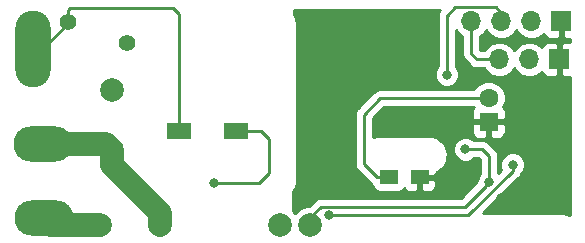
<source format=gbr>
G04 #@! TF.GenerationSoftware,KiCad,Pcbnew,(5.0.2)-1*
G04 #@! TF.CreationDate,2019-05-25T20:07:42+08:00*
G04 #@! TF.ProjectId,1RELAY,3152454c-4159-42e6-9b69-6361645f7063,rev?*
G04 #@! TF.SameCoordinates,Original*
G04 #@! TF.FileFunction,Copper,L2,Bot*
G04 #@! TF.FilePolarity,Positive*
%FSLAX46Y46*%
G04 Gerber Fmt 4.6, Leading zero omitted, Abs format (unit mm)*
G04 Created by KiCad (PCBNEW (5.0.2)-1) date 2019-05-25 20:07:42*
%MOMM*%
%LPD*%
G01*
G04 APERTURE LIST*
G04 #@! TA.AperFunction,ComponentPad*
%ADD10R,1.700000X1.700000*%
G04 #@! TD*
G04 #@! TA.AperFunction,ComponentPad*
%ADD11O,1.700000X1.700000*%
G04 #@! TD*
G04 #@! TA.AperFunction,ComponentPad*
%ADD12C,1.600000*%
G04 #@! TD*
G04 #@! TA.AperFunction,ComponentPad*
%ADD13R,1.600000X1.600000*%
G04 #@! TD*
G04 #@! TA.AperFunction,ComponentPad*
%ADD14C,2.000000*%
G04 #@! TD*
G04 #@! TA.AperFunction,SMDPad,CuDef*
%ADD15R,1.500000X1.200000*%
G04 #@! TD*
G04 #@! TA.AperFunction,SMDPad,CuDef*
%ADD16R,2.000000X1.400000*%
G04 #@! TD*
G04 #@! TA.AperFunction,ComponentPad*
%ADD17O,3.000000X6.500000*%
G04 #@! TD*
G04 #@! TA.AperFunction,ComponentPad*
%ADD18O,5.000000X3.000000*%
G04 #@! TD*
G04 #@! TA.AperFunction,ComponentPad*
%ADD19C,1.400000*%
G04 #@! TD*
G04 #@! TA.AperFunction,ViaPad*
%ADD20C,0.800000*%
G04 #@! TD*
G04 #@! TA.AperFunction,Conductor*
%ADD21C,0.250000*%
G04 #@! TD*
G04 #@! TA.AperFunction,Conductor*
%ADD22C,2.000000*%
G04 #@! TD*
G04 #@! TA.AperFunction,Conductor*
%ADD23C,0.254000*%
G04 #@! TD*
G04 APERTURE END LIST*
D10*
G04 #@! TO.P,J5,1*
G04 #@! TO.N,GND*
X177312320Y-101140260D03*
D11*
G04 #@! TO.P,J5,2*
G04 #@! TO.N,A5*
X174772320Y-101140260D03*
G04 #@! TO.P,J5,3*
G04 #@! TO.N,A4*
X172232320Y-101140260D03*
G04 #@! TO.P,J5,4*
G04 #@! TO.N,VCC*
X169692320Y-101140260D03*
G04 #@! TD*
D12*
G04 #@! TO.P,C1,1*
G04 #@! TO.N,VCC*
X171147740Y-107644180D03*
D13*
G04 #@! TO.P,C1,2*
G04 #@! TO.N,GND*
X171147740Y-109644180D03*
G04 #@! TD*
D14*
G04 #@! TO.P,K1,3*
G04 #@! TO.N,L*
X143342360Y-118422420D03*
G04 #@! TO.P,K1,1*
G04 #@! TO.N,VCC*
X156042360Y-118422420D03*
G04 #@! TO.P,K1,2*
G04 #@! TO.N,GNDD*
X153502360Y-118422420D03*
G04 #@! TO.P,K1,4*
G04 #@! TO.N,L1*
X138262360Y-118422420D03*
G04 #@! TD*
D15*
G04 #@! TO.P,PS1,4*
G04 #@! TO.N,GND*
X165301660Y-114336980D03*
G04 #@! TO.P,PS1,3*
G04 #@! TO.N,VCC*
X162701660Y-114336980D03*
D16*
G04 #@! TO.P,PS1,2*
G04 #@! TO.N,Net-(F1-Pad1)*
X149806660Y-110456980D03*
G04 #@! TO.P,PS1,1*
G04 #@! TO.N,N*
X144951660Y-110456980D03*
G04 #@! TD*
D10*
G04 #@! TO.P,J4,1*
G04 #@! TO.N,GND*
X177139600Y-104358440D03*
D11*
G04 #@! TO.P,J4,2*
G04 #@! TO.N,A2*
X174599600Y-104358440D03*
G04 #@! TO.P,J4,3*
G04 #@! TO.N,VCC*
X172059600Y-104358440D03*
G04 #@! TD*
D17*
G04 #@! TO.P,J3,1*
G04 #@! TO.N,N*
X132618480Y-103451660D03*
G04 #@! TD*
D18*
G04 #@! TO.P,J2,1*
G04 #@! TO.N,L1*
X133489700Y-117805200D03*
G04 #@! TD*
G04 #@! TO.P,J1,1*
G04 #@! TO.N,L*
X133464300Y-111500000D03*
G04 #@! TD*
D14*
G04 #@! TO.P,F1,1*
G04 #@! TO.N,Net-(F1-Pad1)*
X139298520Y-106956860D03*
G04 #@! TO.P,F1,2*
G04 #@! TO.N,L*
X139288520Y-112036860D03*
G04 #@! TD*
D19*
G04 #@! TO.P,TH1,1*
G04 #@! TO.N,Net-(F1-Pad1)*
X140573760Y-102974140D03*
G04 #@! TO.P,TH1,2*
G04 #@! TO.N,N*
X135573760Y-101174140D03*
G04 #@! TD*
D20*
G04 #@! TO.N,GNDD*
X173182280Y-113273840D03*
X157637480Y-117575170D03*
G04 #@! TO.N,GND*
X172242480Y-116123720D03*
X175788779Y-113344960D03*
G04 #@! TO.N,Net-(F1-Pad1)*
X147901660Y-114833400D03*
G04 #@! TO.N,VCC*
X169191940Y-111978440D03*
X171217430Y-114744500D03*
G04 #@! TO.N,A4*
X167614600Y-105648760D03*
G04 #@! TD*
D21*
G04 #@! TO.N,GNDD*
X158203165Y-117575170D02*
X157637480Y-117575170D01*
X169446635Y-117575170D02*
X158203165Y-117575170D01*
X173182280Y-113273840D02*
X173182280Y-113839525D01*
X173182280Y-113839525D02*
X169446635Y-117575170D01*
G04 #@! TO.N,N*
X144959280Y-110505240D02*
X144631620Y-110177580D01*
X133403340Y-103451660D02*
X132618480Y-103451660D01*
X135573760Y-101174140D02*
X135573760Y-101281240D01*
X135573760Y-101281240D02*
X133403340Y-103451660D01*
X135573760Y-100219520D02*
X135573760Y-101174140D01*
X135745220Y-100048060D02*
X135573760Y-100219520D01*
X144437100Y-100048060D02*
X135745220Y-100048060D01*
X144951660Y-110456980D02*
X144951660Y-100562620D01*
X144951660Y-100562620D02*
X144437100Y-100048060D01*
G04 #@! TO.N,Net-(F1-Pad1)*
X139298520Y-106956860D02*
X139334240Y-106921140D01*
X140573760Y-102974140D02*
X140774420Y-102974140D01*
X151912320Y-110456980D02*
X149806660Y-110456980D01*
X152567640Y-111112300D02*
X151912320Y-110456980D01*
X152567640Y-113974880D02*
X152567640Y-111112300D01*
X151709120Y-114833400D02*
X152567640Y-113974880D01*
X147901660Y-114833400D02*
X151709120Y-114833400D01*
D22*
G04 #@! TO.N,L*
X138751660Y-111500000D02*
X139288520Y-112036860D01*
X133464300Y-111500000D02*
X138751660Y-111500000D01*
X139288520Y-113342420D02*
X139288520Y-112036860D01*
X143342360Y-118422420D02*
X143342360Y-117396260D01*
X143342360Y-117396260D02*
X139288520Y-113342420D01*
G04 #@! TO.N,L1*
X133507480Y-117475000D02*
X133507480Y-117787420D01*
X133507480Y-117787420D02*
X133489700Y-117805200D01*
X134106920Y-118422420D02*
X138262360Y-118422420D01*
X133489700Y-117805200D02*
X134106920Y-118422420D01*
D21*
G04 #@! TO.N,VCC*
X162560000Y-114434620D02*
X162511740Y-114482880D01*
X162709280Y-114385240D02*
X162659900Y-114434620D01*
X162659900Y-114434620D02*
X162560000Y-114434620D01*
X162712680Y-114273140D02*
X162862680Y-114273140D01*
X155632300Y-117820440D02*
X156518760Y-118706900D01*
X162773360Y-114251740D02*
X162755580Y-114233960D01*
X162731920Y-114251740D02*
X162773360Y-114251740D01*
X162705060Y-114224880D02*
X162731920Y-114251740D01*
X171155360Y-114682430D02*
X171217430Y-114744500D01*
X170016370Y-107644180D02*
X171147740Y-107644180D01*
X161992060Y-107644180D02*
X170016370Y-107644180D01*
X160588965Y-109047275D02*
X161992060Y-107644180D01*
X160588965Y-113224285D02*
X160588965Y-109047275D01*
X162701660Y-114336980D02*
X161701660Y-114336980D01*
X161701660Y-114336980D02*
X160588965Y-113224285D01*
X169111770Y-116850160D02*
X170817431Y-115144499D01*
X156969460Y-116850160D02*
X169111770Y-116850160D01*
X156156660Y-117662960D02*
X156969460Y-116850160D01*
X156156660Y-118308120D02*
X156156660Y-117662960D01*
X156042360Y-118422420D02*
X156156660Y-118308120D01*
X170817431Y-115144499D02*
X171217430Y-114744500D01*
X171217430Y-114178815D02*
X171217430Y-114744500D01*
X171217430Y-112581530D02*
X171217430Y-114178815D01*
X169191940Y-111978440D02*
X170614340Y-111978440D01*
X170614340Y-111978440D02*
X171217430Y-112581530D01*
X169692320Y-103886000D02*
X169692320Y-101140260D01*
X172059600Y-104358440D02*
X170164760Y-104358440D01*
X170164760Y-104358440D02*
X169692320Y-103886000D01*
G04 #@! TO.N,A4*
X167614600Y-100690680D02*
X167614600Y-105648760D01*
X168340021Y-99965259D02*
X167614600Y-100690680D01*
X171753279Y-99965259D02*
X168340021Y-99965259D01*
X172232320Y-101140260D02*
X172232320Y-100444300D01*
X172232320Y-100444300D02*
X171753279Y-99965259D01*
G04 #@! TD*
D23*
G04 #@! TO.N,GND*
G36*
X166898696Y-100394144D02*
X166854600Y-100615829D01*
X166854600Y-100615833D01*
X166839712Y-100690680D01*
X166854600Y-100765527D01*
X166854601Y-104945048D01*
X166737169Y-105062480D01*
X166579600Y-105442886D01*
X166579600Y-105854634D01*
X166737169Y-106235040D01*
X167028320Y-106526191D01*
X167408726Y-106683760D01*
X167820474Y-106683760D01*
X168200880Y-106526191D01*
X168492031Y-106235040D01*
X168649600Y-105854634D01*
X168649600Y-105442886D01*
X168492031Y-105062480D01*
X168374600Y-104945049D01*
X168374600Y-101841081D01*
X168621695Y-102210885D01*
X168932321Y-102418438D01*
X168932320Y-103811153D01*
X168917432Y-103886000D01*
X168932320Y-103960847D01*
X168932320Y-103960851D01*
X168976416Y-104182536D01*
X169144391Y-104433929D01*
X169207850Y-104476331D01*
X169574429Y-104842910D01*
X169616831Y-104906369D01*
X169868223Y-105074344D01*
X170089908Y-105118440D01*
X170089912Y-105118440D01*
X170164759Y-105133328D01*
X170239606Y-105118440D01*
X170781422Y-105118440D01*
X170988975Y-105429065D01*
X171480182Y-105757279D01*
X171913344Y-105843440D01*
X172205856Y-105843440D01*
X172639018Y-105757279D01*
X173130225Y-105429065D01*
X173329600Y-105130679D01*
X173528975Y-105429065D01*
X174020182Y-105757279D01*
X174453344Y-105843440D01*
X174745856Y-105843440D01*
X175179018Y-105757279D01*
X175670225Y-105429065D01*
X175684696Y-105407407D01*
X175751273Y-105568138D01*
X175929901Y-105746767D01*
X176163290Y-105843440D01*
X176853850Y-105843440D01*
X177012600Y-105684690D01*
X177012600Y-104485440D01*
X176992600Y-104485440D01*
X176992600Y-104231440D01*
X177012600Y-104231440D01*
X177012600Y-103032190D01*
X176853850Y-102873440D01*
X176163290Y-102873440D01*
X175929901Y-102970113D01*
X175751273Y-103148742D01*
X175684696Y-103309473D01*
X175670225Y-103287815D01*
X175179018Y-102959601D01*
X174745856Y-102873440D01*
X174453344Y-102873440D01*
X174020182Y-102959601D01*
X173528975Y-103287815D01*
X173329600Y-103586201D01*
X173130225Y-103287815D01*
X172639018Y-102959601D01*
X172205856Y-102873440D01*
X171913344Y-102873440D01*
X171480182Y-102959601D01*
X170988975Y-103287815D01*
X170781422Y-103598440D01*
X170479561Y-103598440D01*
X170452320Y-103571199D01*
X170452320Y-102418438D01*
X170762945Y-102210885D01*
X170962320Y-101912499D01*
X171161695Y-102210885D01*
X171652902Y-102539099D01*
X172086064Y-102625260D01*
X172378576Y-102625260D01*
X172811738Y-102539099D01*
X173302945Y-102210885D01*
X173502320Y-101912499D01*
X173701695Y-102210885D01*
X174192902Y-102539099D01*
X174626064Y-102625260D01*
X174918576Y-102625260D01*
X175351738Y-102539099D01*
X175842945Y-102210885D01*
X175857416Y-102189227D01*
X175923993Y-102349958D01*
X176102621Y-102528587D01*
X176336010Y-102625260D01*
X177026570Y-102625260D01*
X177185320Y-102466510D01*
X177185320Y-101267260D01*
X177165320Y-101267260D01*
X177165320Y-101013260D01*
X177185320Y-101013260D01*
X177185320Y-100993260D01*
X177439320Y-100993260D01*
X177439320Y-101013260D01*
X177459320Y-101013260D01*
X177459320Y-101267260D01*
X177439320Y-101267260D01*
X177439320Y-102466510D01*
X177598070Y-102625260D01*
X178057741Y-102625260D01*
X178057741Y-102873440D01*
X177425350Y-102873440D01*
X177266600Y-103032190D01*
X177266600Y-104231440D01*
X177286600Y-104231440D01*
X177286600Y-104485440D01*
X177266600Y-104485440D01*
X177266600Y-105684690D01*
X177425350Y-105843440D01*
X178057741Y-105843440D01*
X178057740Y-117561627D01*
X177962746Y-117517200D01*
X177885867Y-117481245D01*
X177797951Y-117459627D01*
X177792143Y-117455746D01*
X177739940Y-117445362D01*
X177686616Y-117432250D01*
X177670361Y-117431522D01*
X177577748Y-117413100D01*
X170683506Y-117413100D01*
X173666753Y-114429854D01*
X173730209Y-114387454D01*
X173814593Y-114261165D01*
X173898184Y-114136063D01*
X173915406Y-114049480D01*
X173926594Y-113993237D01*
X174059711Y-113860120D01*
X174217280Y-113479714D01*
X174217280Y-113067966D01*
X174059711Y-112687560D01*
X173768560Y-112396409D01*
X173388154Y-112238840D01*
X172976406Y-112238840D01*
X172596000Y-112396409D01*
X172304849Y-112687560D01*
X172147280Y-113067966D01*
X172147280Y-113479714D01*
X172241008Y-113705995D01*
X171977430Y-113969573D01*
X171977430Y-112656376D01*
X171992318Y-112581529D01*
X171977430Y-112506682D01*
X171977430Y-112506678D01*
X171933334Y-112284993D01*
X171765359Y-112033601D01*
X171701903Y-111991201D01*
X171204671Y-111493970D01*
X171162269Y-111430511D01*
X170910877Y-111262536D01*
X170689192Y-111218440D01*
X170689187Y-111218440D01*
X170614340Y-111203552D01*
X170539493Y-111218440D01*
X169895651Y-111218440D01*
X169778220Y-111101009D01*
X169397814Y-110943440D01*
X168986066Y-110943440D01*
X168605660Y-111101009D01*
X168314509Y-111392160D01*
X168156940Y-111772566D01*
X168156940Y-112184314D01*
X168314509Y-112564720D01*
X168605660Y-112855871D01*
X168986066Y-113013440D01*
X169397814Y-113013440D01*
X169778220Y-112855871D01*
X169895651Y-112738440D01*
X170299539Y-112738440D01*
X170457430Y-112896332D01*
X170457431Y-114040788D01*
X170339999Y-114158220D01*
X170182430Y-114538626D01*
X170182430Y-114704698D01*
X168796969Y-116090160D01*
X157044308Y-116090160D01*
X156969460Y-116075272D01*
X156894612Y-116090160D01*
X156894608Y-116090160D01*
X156738198Y-116121272D01*
X156672922Y-116134256D01*
X156534601Y-116226680D01*
X156421531Y-116302231D01*
X156379131Y-116365687D01*
X155957399Y-116787420D01*
X155717138Y-116787420D01*
X155116207Y-117036334D01*
X154772360Y-117380181D01*
X154583854Y-117191675D01*
X154589537Y-115564619D01*
X154703041Y-115410185D01*
X154703042Y-115410184D01*
X154824535Y-115150408D01*
X154846160Y-115062463D01*
X154855114Y-115049063D01*
X154897760Y-114834668D01*
X154897760Y-109047275D01*
X159814077Y-109047275D01*
X159828966Y-109122127D01*
X159828965Y-113149438D01*
X159814077Y-113224285D01*
X159828965Y-113299132D01*
X159828965Y-113299136D01*
X159873061Y-113520821D01*
X160041036Y-113772214D01*
X160104494Y-113814616D01*
X161111333Y-114821455D01*
X161153731Y-114884909D01*
X161217184Y-114927307D01*
X161217186Y-114927309D01*
X161299859Y-114982549D01*
X161315342Y-114992894D01*
X161353503Y-115184745D01*
X161493851Y-115394789D01*
X161703895Y-115535137D01*
X161951660Y-115584420D01*
X163451660Y-115584420D01*
X163699425Y-115535137D01*
X163909469Y-115394789D01*
X163998673Y-115261287D01*
X164013333Y-115296679D01*
X164191962Y-115475307D01*
X164425351Y-115571980D01*
X165015910Y-115571980D01*
X165174660Y-115413230D01*
X165174660Y-114463980D01*
X165428660Y-114463980D01*
X165428660Y-115413230D01*
X165587410Y-115571980D01*
X166177969Y-115571980D01*
X166411358Y-115475307D01*
X166589987Y-115296679D01*
X166686660Y-115063290D01*
X166686660Y-114622730D01*
X166527910Y-114463980D01*
X165428660Y-114463980D01*
X165174660Y-114463980D01*
X165154660Y-114463980D01*
X165154660Y-114209980D01*
X165174660Y-114209980D01*
X165174660Y-114189980D01*
X165428660Y-114189980D01*
X165428660Y-114209980D01*
X166527910Y-114209980D01*
X166686660Y-114051230D01*
X166686660Y-113956823D01*
X166754029Y-113931997D01*
X167052463Y-113749267D01*
X167120922Y-113686031D01*
X167263124Y-113554679D01*
X167468914Y-113271654D01*
X167468915Y-113271652D01*
X167468916Y-113271651D01*
X167589076Y-113011256D01*
X167670891Y-112671021D01*
X167682255Y-112384464D01*
X167682255Y-112384463D01*
X167627641Y-112038821D01*
X167627475Y-112038369D01*
X167584217Y-111920982D01*
X167528480Y-111769728D01*
X167528479Y-111769727D01*
X167345749Y-111471293D01*
X167259333Y-111377740D01*
X167151160Y-111260631D01*
X166868136Y-111054842D01*
X166607740Y-110934681D01*
X166607738Y-110934680D01*
X166406197Y-110886216D01*
X166392623Y-110877146D01*
X166178228Y-110834500D01*
X161763712Y-110834500D01*
X161549317Y-110877146D01*
X161536667Y-110885598D01*
X161429269Y-110909189D01*
X161348965Y-110944337D01*
X161348965Y-109929930D01*
X169712740Y-109929930D01*
X169712740Y-110570489D01*
X169809413Y-110803878D01*
X169988041Y-110982507D01*
X170221430Y-111079180D01*
X170861990Y-111079180D01*
X171020740Y-110920430D01*
X171020740Y-109771180D01*
X171274740Y-109771180D01*
X171274740Y-110920430D01*
X171433490Y-111079180D01*
X172074050Y-111079180D01*
X172307439Y-110982507D01*
X172486067Y-110803878D01*
X172582740Y-110570489D01*
X172582740Y-109929930D01*
X172423990Y-109771180D01*
X171274740Y-109771180D01*
X171020740Y-109771180D01*
X169871490Y-109771180D01*
X169712740Y-109929930D01*
X161348965Y-109929930D01*
X161348965Y-109362076D01*
X162306862Y-108404180D01*
X169889715Y-108404180D01*
X169809413Y-108484482D01*
X169712740Y-108717871D01*
X169712740Y-109358430D01*
X169871490Y-109517180D01*
X171020740Y-109517180D01*
X171020740Y-109497180D01*
X171274740Y-109497180D01*
X171274740Y-109517180D01*
X172423990Y-109517180D01*
X172582740Y-109358430D01*
X172582740Y-108717871D01*
X172486067Y-108484482D01*
X172391910Y-108390324D01*
X172582740Y-107929619D01*
X172582740Y-107358741D01*
X172364274Y-106831318D01*
X171960602Y-106427646D01*
X171433179Y-106209180D01*
X170862301Y-106209180D01*
X170334878Y-106427646D01*
X169931206Y-106831318D01*
X169909310Y-106884180D01*
X162066907Y-106884180D01*
X161992060Y-106869292D01*
X161917213Y-106884180D01*
X161917208Y-106884180D01*
X161695523Y-106928276D01*
X161444131Y-107096251D01*
X161401731Y-107159707D01*
X160104493Y-108456946D01*
X160041037Y-108499346D01*
X159998637Y-108562802D01*
X159998636Y-108562803D01*
X159873062Y-108750738D01*
X159814077Y-109047275D01*
X154897760Y-109047275D01*
X154897760Y-101192332D01*
X154881391Y-101110042D01*
X154881221Y-101099516D01*
X154856642Y-100985619D01*
X154855114Y-100977937D01*
X154854922Y-100977650D01*
X154851189Y-100960350D01*
X154802913Y-100848939D01*
X154761518Y-100734807D01*
X154654974Y-100558780D01*
X154654974Y-100558779D01*
X154642002Y-100544591D01*
X154643155Y-100214500D01*
X167018730Y-100214500D01*
X166898696Y-100394144D01*
X166898696Y-100394144D01*
G37*
X166898696Y-100394144D02*
X166854600Y-100615829D01*
X166854600Y-100615833D01*
X166839712Y-100690680D01*
X166854600Y-100765527D01*
X166854601Y-104945048D01*
X166737169Y-105062480D01*
X166579600Y-105442886D01*
X166579600Y-105854634D01*
X166737169Y-106235040D01*
X167028320Y-106526191D01*
X167408726Y-106683760D01*
X167820474Y-106683760D01*
X168200880Y-106526191D01*
X168492031Y-106235040D01*
X168649600Y-105854634D01*
X168649600Y-105442886D01*
X168492031Y-105062480D01*
X168374600Y-104945049D01*
X168374600Y-101841081D01*
X168621695Y-102210885D01*
X168932321Y-102418438D01*
X168932320Y-103811153D01*
X168917432Y-103886000D01*
X168932320Y-103960847D01*
X168932320Y-103960851D01*
X168976416Y-104182536D01*
X169144391Y-104433929D01*
X169207850Y-104476331D01*
X169574429Y-104842910D01*
X169616831Y-104906369D01*
X169868223Y-105074344D01*
X170089908Y-105118440D01*
X170089912Y-105118440D01*
X170164759Y-105133328D01*
X170239606Y-105118440D01*
X170781422Y-105118440D01*
X170988975Y-105429065D01*
X171480182Y-105757279D01*
X171913344Y-105843440D01*
X172205856Y-105843440D01*
X172639018Y-105757279D01*
X173130225Y-105429065D01*
X173329600Y-105130679D01*
X173528975Y-105429065D01*
X174020182Y-105757279D01*
X174453344Y-105843440D01*
X174745856Y-105843440D01*
X175179018Y-105757279D01*
X175670225Y-105429065D01*
X175684696Y-105407407D01*
X175751273Y-105568138D01*
X175929901Y-105746767D01*
X176163290Y-105843440D01*
X176853850Y-105843440D01*
X177012600Y-105684690D01*
X177012600Y-104485440D01*
X176992600Y-104485440D01*
X176992600Y-104231440D01*
X177012600Y-104231440D01*
X177012600Y-103032190D01*
X176853850Y-102873440D01*
X176163290Y-102873440D01*
X175929901Y-102970113D01*
X175751273Y-103148742D01*
X175684696Y-103309473D01*
X175670225Y-103287815D01*
X175179018Y-102959601D01*
X174745856Y-102873440D01*
X174453344Y-102873440D01*
X174020182Y-102959601D01*
X173528975Y-103287815D01*
X173329600Y-103586201D01*
X173130225Y-103287815D01*
X172639018Y-102959601D01*
X172205856Y-102873440D01*
X171913344Y-102873440D01*
X171480182Y-102959601D01*
X170988975Y-103287815D01*
X170781422Y-103598440D01*
X170479561Y-103598440D01*
X170452320Y-103571199D01*
X170452320Y-102418438D01*
X170762945Y-102210885D01*
X170962320Y-101912499D01*
X171161695Y-102210885D01*
X171652902Y-102539099D01*
X172086064Y-102625260D01*
X172378576Y-102625260D01*
X172811738Y-102539099D01*
X173302945Y-102210885D01*
X173502320Y-101912499D01*
X173701695Y-102210885D01*
X174192902Y-102539099D01*
X174626064Y-102625260D01*
X174918576Y-102625260D01*
X175351738Y-102539099D01*
X175842945Y-102210885D01*
X175857416Y-102189227D01*
X175923993Y-102349958D01*
X176102621Y-102528587D01*
X176336010Y-102625260D01*
X177026570Y-102625260D01*
X177185320Y-102466510D01*
X177185320Y-101267260D01*
X177165320Y-101267260D01*
X177165320Y-101013260D01*
X177185320Y-101013260D01*
X177185320Y-100993260D01*
X177439320Y-100993260D01*
X177439320Y-101013260D01*
X177459320Y-101013260D01*
X177459320Y-101267260D01*
X177439320Y-101267260D01*
X177439320Y-102466510D01*
X177598070Y-102625260D01*
X178057741Y-102625260D01*
X178057741Y-102873440D01*
X177425350Y-102873440D01*
X177266600Y-103032190D01*
X177266600Y-104231440D01*
X177286600Y-104231440D01*
X177286600Y-104485440D01*
X177266600Y-104485440D01*
X177266600Y-105684690D01*
X177425350Y-105843440D01*
X178057741Y-105843440D01*
X178057740Y-117561627D01*
X177962746Y-117517200D01*
X177885867Y-117481245D01*
X177797951Y-117459627D01*
X177792143Y-117455746D01*
X177739940Y-117445362D01*
X177686616Y-117432250D01*
X177670361Y-117431522D01*
X177577748Y-117413100D01*
X170683506Y-117413100D01*
X173666753Y-114429854D01*
X173730209Y-114387454D01*
X173814593Y-114261165D01*
X173898184Y-114136063D01*
X173915406Y-114049480D01*
X173926594Y-113993237D01*
X174059711Y-113860120D01*
X174217280Y-113479714D01*
X174217280Y-113067966D01*
X174059711Y-112687560D01*
X173768560Y-112396409D01*
X173388154Y-112238840D01*
X172976406Y-112238840D01*
X172596000Y-112396409D01*
X172304849Y-112687560D01*
X172147280Y-113067966D01*
X172147280Y-113479714D01*
X172241008Y-113705995D01*
X171977430Y-113969573D01*
X171977430Y-112656376D01*
X171992318Y-112581529D01*
X171977430Y-112506682D01*
X171977430Y-112506678D01*
X171933334Y-112284993D01*
X171765359Y-112033601D01*
X171701903Y-111991201D01*
X171204671Y-111493970D01*
X171162269Y-111430511D01*
X170910877Y-111262536D01*
X170689192Y-111218440D01*
X170689187Y-111218440D01*
X170614340Y-111203552D01*
X170539493Y-111218440D01*
X169895651Y-111218440D01*
X169778220Y-111101009D01*
X169397814Y-110943440D01*
X168986066Y-110943440D01*
X168605660Y-111101009D01*
X168314509Y-111392160D01*
X168156940Y-111772566D01*
X168156940Y-112184314D01*
X168314509Y-112564720D01*
X168605660Y-112855871D01*
X168986066Y-113013440D01*
X169397814Y-113013440D01*
X169778220Y-112855871D01*
X169895651Y-112738440D01*
X170299539Y-112738440D01*
X170457430Y-112896332D01*
X170457431Y-114040788D01*
X170339999Y-114158220D01*
X170182430Y-114538626D01*
X170182430Y-114704698D01*
X168796969Y-116090160D01*
X157044308Y-116090160D01*
X156969460Y-116075272D01*
X156894612Y-116090160D01*
X156894608Y-116090160D01*
X156738198Y-116121272D01*
X156672922Y-116134256D01*
X156534601Y-116226680D01*
X156421531Y-116302231D01*
X156379131Y-116365687D01*
X155957399Y-116787420D01*
X155717138Y-116787420D01*
X155116207Y-117036334D01*
X154772360Y-117380181D01*
X154583854Y-117191675D01*
X154589537Y-115564619D01*
X154703041Y-115410185D01*
X154703042Y-115410184D01*
X154824535Y-115150408D01*
X154846160Y-115062463D01*
X154855114Y-115049063D01*
X154897760Y-114834668D01*
X154897760Y-109047275D01*
X159814077Y-109047275D01*
X159828966Y-109122127D01*
X159828965Y-113149438D01*
X159814077Y-113224285D01*
X159828965Y-113299132D01*
X159828965Y-113299136D01*
X159873061Y-113520821D01*
X160041036Y-113772214D01*
X160104494Y-113814616D01*
X161111333Y-114821455D01*
X161153731Y-114884909D01*
X161217184Y-114927307D01*
X161217186Y-114927309D01*
X161299859Y-114982549D01*
X161315342Y-114992894D01*
X161353503Y-115184745D01*
X161493851Y-115394789D01*
X161703895Y-115535137D01*
X161951660Y-115584420D01*
X163451660Y-115584420D01*
X163699425Y-115535137D01*
X163909469Y-115394789D01*
X163998673Y-115261287D01*
X164013333Y-115296679D01*
X164191962Y-115475307D01*
X164425351Y-115571980D01*
X165015910Y-115571980D01*
X165174660Y-115413230D01*
X165174660Y-114463980D01*
X165428660Y-114463980D01*
X165428660Y-115413230D01*
X165587410Y-115571980D01*
X166177969Y-115571980D01*
X166411358Y-115475307D01*
X166589987Y-115296679D01*
X166686660Y-115063290D01*
X166686660Y-114622730D01*
X166527910Y-114463980D01*
X165428660Y-114463980D01*
X165174660Y-114463980D01*
X165154660Y-114463980D01*
X165154660Y-114209980D01*
X165174660Y-114209980D01*
X165174660Y-114189980D01*
X165428660Y-114189980D01*
X165428660Y-114209980D01*
X166527910Y-114209980D01*
X166686660Y-114051230D01*
X166686660Y-113956823D01*
X166754029Y-113931997D01*
X167052463Y-113749267D01*
X167120922Y-113686031D01*
X167263124Y-113554679D01*
X167468914Y-113271654D01*
X167468915Y-113271652D01*
X167468916Y-113271651D01*
X167589076Y-113011256D01*
X167670891Y-112671021D01*
X167682255Y-112384464D01*
X167682255Y-112384463D01*
X167627641Y-112038821D01*
X167627475Y-112038369D01*
X167584217Y-111920982D01*
X167528480Y-111769728D01*
X167528479Y-111769727D01*
X167345749Y-111471293D01*
X167259333Y-111377740D01*
X167151160Y-111260631D01*
X166868136Y-111054842D01*
X166607740Y-110934681D01*
X166607738Y-110934680D01*
X166406197Y-110886216D01*
X166392623Y-110877146D01*
X166178228Y-110834500D01*
X161763712Y-110834500D01*
X161549317Y-110877146D01*
X161536667Y-110885598D01*
X161429269Y-110909189D01*
X161348965Y-110944337D01*
X161348965Y-109929930D01*
X169712740Y-109929930D01*
X169712740Y-110570489D01*
X169809413Y-110803878D01*
X169988041Y-110982507D01*
X170221430Y-111079180D01*
X170861990Y-111079180D01*
X171020740Y-110920430D01*
X171020740Y-109771180D01*
X171274740Y-109771180D01*
X171274740Y-110920430D01*
X171433490Y-111079180D01*
X172074050Y-111079180D01*
X172307439Y-110982507D01*
X172486067Y-110803878D01*
X172582740Y-110570489D01*
X172582740Y-109929930D01*
X172423990Y-109771180D01*
X171274740Y-109771180D01*
X171020740Y-109771180D01*
X169871490Y-109771180D01*
X169712740Y-109929930D01*
X161348965Y-109929930D01*
X161348965Y-109362076D01*
X162306862Y-108404180D01*
X169889715Y-108404180D01*
X169809413Y-108484482D01*
X169712740Y-108717871D01*
X169712740Y-109358430D01*
X169871490Y-109517180D01*
X171020740Y-109517180D01*
X171020740Y-109497180D01*
X171274740Y-109497180D01*
X171274740Y-109517180D01*
X172423990Y-109517180D01*
X172582740Y-109358430D01*
X172582740Y-108717871D01*
X172486067Y-108484482D01*
X172391910Y-108390324D01*
X172582740Y-107929619D01*
X172582740Y-107358741D01*
X172364274Y-106831318D01*
X171960602Y-106427646D01*
X171433179Y-106209180D01*
X170862301Y-106209180D01*
X170334878Y-106427646D01*
X169931206Y-106831318D01*
X169909310Y-106884180D01*
X162066907Y-106884180D01*
X161992060Y-106869292D01*
X161917213Y-106884180D01*
X161917208Y-106884180D01*
X161695523Y-106928276D01*
X161444131Y-107096251D01*
X161401731Y-107159707D01*
X160104493Y-108456946D01*
X160041037Y-108499346D01*
X159998637Y-108562802D01*
X159998636Y-108562803D01*
X159873062Y-108750738D01*
X159814077Y-109047275D01*
X154897760Y-109047275D01*
X154897760Y-101192332D01*
X154881391Y-101110042D01*
X154881221Y-101099516D01*
X154856642Y-100985619D01*
X154855114Y-100977937D01*
X154854922Y-100977650D01*
X154851189Y-100960350D01*
X154802913Y-100848939D01*
X154761518Y-100734807D01*
X154654974Y-100558780D01*
X154654974Y-100558779D01*
X154642002Y-100544591D01*
X154643155Y-100214500D01*
X167018730Y-100214500D01*
X166898696Y-100394144D01*
G04 #@! TD*
M02*

</source>
